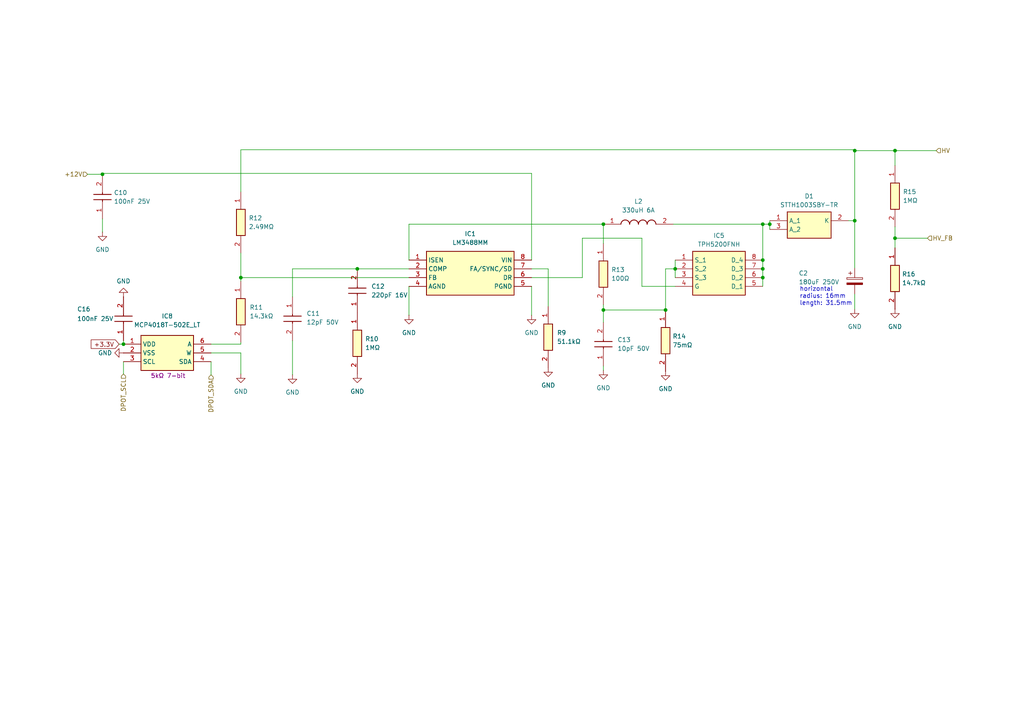
<source format=kicad_sch>
(kicad_sch (version 20231120) (generator "eeschema") (generator_version "8.0")
  (paper "A4")
  (lib_symbols
    (symbol "Device:C_Polarized" (pin_numbers hide) (pin_names (offset 0.254))
      (property "Reference" "C" (at 0.635 2.54 0))
      (property "Value" "C_Polarized" (at 0.635 -2.54 0))
      (symbol "C_Polarized_0_1"
        (rectangle (start -2.286 0.508) (end 2.286 1.016))
        (polyline (pts (xy -1.778 2.286) (xy -0.762 2.286)))
        (polyline (pts (xy -1.27 2.794) (xy -1.27 1.778)))
        (rectangle (start 2.286 -0.508) (end -2.286 -1.016) (fill (type outline)))
      )
      (symbol "C_Polarized_1_1"
        (pin passive line (at 0 3.81 270) (length 2.794) (name "~") (number "1"))
        (pin passive line (at 0 -3.81 90) (length 2.794) (name "~") (number "2"))
      )
    )
    (symbol "SamacSys_Parts:74437529203331" (pin_names hide)
      (property "Reference" "L" (at 16.51 6.35 0))
      (property "Value" "74437529203331" (at 16.51 3.81 0))
      (symbol "74437529203331_1_1"
        (arc (start 7.62 0) (mid 6.35 1.219) (end 5.08 0) (stroke (width 0.254)))
        (arc (start 10.16 0) (mid 8.89 1.219) (end 7.62 0) (stroke (width 0.254)))
        (arc (start 12.7 0) (mid 11.43 1.219) (end 10.16 0) (stroke (width 0.254)))
        (arc (start 15.24 0) (mid 13.97 1.219) (end 12.7 0) (stroke (width 0.254)))
        (pin passive line (at 0 0 0) (length 5.08) (name "1") (number "1"))
        (pin passive line (at 20.32 0 180) (length 5.08) (name "2") (number "2"))
      )
    )
    (symbol "SamacSys_Parts:C0805C332K5RACTU" (pin_names hide)
      (property "Reference" "C" (at 8.89 6.35 0))
      (property "Value" "C0805C332K5RACTU" (at 8.89 3.81 0))
      (symbol "C0805C332K5RACTU_1_1"
        (polyline (pts (xy 5.08 0) (xy 5.588 0)) (stroke (width 0.254)))
        (polyline (pts (xy 5.588 2.54) (xy 5.588 -2.54)) (stroke (width 0.254)))
        (polyline (pts (xy 7.112 0) (xy 7.62 0)) (stroke (width 0.254)))
        (polyline (pts (xy 7.112 2.54) (xy 7.112 -2.54)) (stroke (width 0.254)))
        (pin passive line (at 0 0 0) (length 5.08) (name "1") (number "1"))
        (pin passive line (at 12.7 0 180) (length 5.08) (name "2") (number "2"))
      )
    )
    (symbol "SamacSys_Parts:CRCW04022K74FKED" (pin_names hide)
      (property "Reference" "R" (at 13.97 6.35 0))
      (property "Value" "CRCW04022K74FKED" (at 13.97 3.81 0))
      (symbol "CRCW04022K74FKED_1_1"
        (rectangle (start 5.08 1.27) (end 12.7 -1.27) (stroke (width 0.254)) (fill (type background)))
        (pin passive line (at 0 0 0) (length 5.08) (name "1") (number "1"))
        (pin passive line (at 17.78 0 180) (length 5.08) (name "2") (number "2"))
      )
    )
    (symbol "SamacSys_Parts:ERJ-UP6D5101V" (pin_names hide)
      (property "Reference" "R" (at 13.97 6.35 0))
      (property "Value" "ERJ-UP6D5101V" (at 13.97 3.81 0))
      (symbol "ERJ-UP6D5101V_1_1"
        (rectangle (start 5.08 1.27) (end 12.7 -1.27) (stroke (width 0.254)) (fill (type background)))
        (pin passive line (at 0 0 0) (length 5.08) (name "1") (number "1"))
        (pin passive line (at 17.78 0 180) (length 5.08) (name "2") (number "2"))
      )
    )
    (symbol "SamacSys_Parts:GRM033R71E101KA01J" (pin_names hide)
      (property "Reference" "C" (at 8.89 6.35 0))
      (property "Value" "GRM033R71E101KA01J" (at 8.89 3.81 0))
      (symbol "GRM033R71E101KA01J_1_1"
        (polyline (pts (xy 5.08 0) (xy 5.588 0)) (stroke (width 0.254)))
        (polyline (pts (xy 5.588 2.54) (xy 5.588 -2.54)) (stroke (width 0.254)))
        (polyline (pts (xy 7.112 0) (xy 7.62 0)) (stroke (width 0.254)))
        (polyline (pts (xy 7.112 2.54) (xy 7.112 -2.54)) (stroke (width 0.254)))
        (pin passive line (at 0 0 0) (length 5.08) (name "1") (number "1"))
        (pin passive line (at 12.7 0 180) (length 5.08) (name "2") (number "2"))
      )
    )
    (symbol "SamacSys_Parts:IRF8707TRPBF"
      (property "Reference" "IC" (at 21.59 7.62 0))
      (property "Value" "IRF8707TRPBF" (at 21.59 5.08 0))
      (symbol "IRF8707TRPBF_1_1"
        (rectangle (start 5.08 2.54) (end 20.32 -10.16) (stroke (width 0.254)) (fill (type background)))
        (pin passive line (at 0 0 0) (length 5.08) (name "S_1") (number "1"))
        (pin passive line (at 0 -2.54 0) (length 5.08) (name "S_2") (number "2"))
        (pin passive line (at 0 -5.08 0) (length 5.08) (name "S_3") (number "3"))
        (pin passive line (at 0 -7.62 0) (length 5.08) (name "G") (number "4"))
        (pin passive line (at 25.4 -7.62 180) (length 5.08) (name "D_1") (number "5"))
        (pin passive line (at 25.4 -5.08 180) (length 5.08) (name "D_2") (number "6"))
        (pin passive line (at 25.4 -2.54 180) (length 5.08) (name "D_3") (number "7"))
        (pin passive line (at 25.4 0 180) (length 5.08) (name "D_4") (number "8"))
      )
    )
    (symbol "SamacSys_Parts:LM3488MM"
      (property "Reference" "IC" (at 31.75 7.62 0))
      (property "Value" "LM3488MM" (at 31.75 5.08 0))
      (symbol "LM3488MM_1_1"
        (rectangle (start 5.08 2.54) (end 30.48 -10.16) (stroke (width 0.254)) (fill (type background)))
        (pin passive line (at 0 0 0) (length 5.08) (name "ISEN") (number "1"))
        (pin passive line (at 0 -2.54 0) (length 5.08) (name "COMP") (number "2"))
        (pin passive line (at 0 -5.08 0) (length 5.08) (name "FB") (number "3"))
        (pin passive line (at 0 -7.62 0) (length 5.08) (name "AGND") (number "4"))
        (pin passive line (at 35.56 -7.62 180) (length 5.08) (name "PGND") (number "5"))
        (pin passive line (at 35.56 -5.08 180) (length 5.08) (name "DR") (number "6"))
        (pin passive line (at 35.56 -2.54 180) (length 5.08) (name "FA/SYNC/SD") (number "7"))
        (pin passive line (at 35.56 0 180) (length 5.08) (name "VIN") (number "8"))
      )
    )
    (symbol "SamacSys_Parts:MCP4018T-502E_LT"
      (property "Reference" "IC" (at 21.59 7.62 0))
      (property "Value" "MCP4018T-502E_LT" (at 21.59 5.08 0))
      (symbol "MCP4018T-502E_LT_1_1"
        (rectangle (start 5.08 2.54) (end 20.32 -7.62) (stroke (width 0.254)) (fill (type background)))
        (pin passive line (at 0 0 0) (length 5.08) (name "VDD") (number "1"))
        (pin passive line (at 0 -2.54 0) (length 5.08) (name "VSS") (number "2"))
        (pin passive line (at 0 -5.08 0) (length 5.08) (name "SCL") (number "3"))
        (pin passive line (at 25.4 -5.08 180) (length 5.08) (name "SDA") (number "4"))
        (pin passive line (at 25.4 -2.54 180) (length 5.08) (name "W") (number "5"))
        (pin passive line (at 25.4 0 180) (length 5.08) (name "A") (number "6"))
      )
    )
    (symbol "SamacSys_Parts:STTH1003SBY-TR"
      (property "Reference" "D" (at 19.05 7.62 0))
      (property "Value" "STTH1003SBY-TR" (at 19.05 5.08 0))
      (symbol "STTH1003SBY-TR_1_1"
        (rectangle (start 5.08 2.54) (end 17.78 -5.08) (stroke (width 0.254)) (fill (type background)))
        (pin passive line (at 0 0 0) (length 5.08) (name "A_1") (number "1"))
        (pin passive line (at 22.86 0 180) (length 5.08) (name "K") (number "2"))
        (pin passive line (at 0 -2.54 0) (length 5.08) (name "A_2") (number "3"))
      )
    )
    (symbol "power:GND" (power) (pin_numbers hide) (pin_names (offset 0) hide)
      (property "Value" "GND" (at 0 -3.81 0))
      (symbol "GND_0_1"
        (polyline (pts (xy 0 0) (xy 0 -1.27) (xy 1.27 -1.27) (xy 0 -2.54) (xy -1.27 -1.27) (xy 0 -1.27)))
      )
      (symbol "GND_1_1"
        (pin power_in line (at 0 0 270) (length 0) (name "~") (number "1"))
      )
    )
  )
  (junction (at 221.234 77.978))
  (junction (at 221.234 65.024))
  (junction (at 195.834 77.978))
  (junction (at 247.904 64.008))
  (junction (at 175.006 65.024))
  (junction (at 69.85 80.518))
  (junction (at 29.718 50.546))
  (junction (at 35.814 99.822))
  (junction (at 247.904 43.688))
  (junction (at 103.632 77.978))
  (junction (at 223.266 65.024))
  (junction (at 221.234 75.438))
  (junction (at 259.588 43.688))
  (junction (at 193.04 89.916))
  (junction (at 175.006 89.916))
  (junction (at 221.234 80.518))
  (junction (at 259.588 69.088))
  (wire (pts (xy 259.588 43.688) (xy 259.588 48.006)))
  (wire (pts (xy 69.85 73.406) (xy 69.85 80.518)))
  (wire (pts (xy 154.178 83.058) (xy 154.178 91.44)))
  (wire (pts (xy 34.544 99.822) (xy 35.814 99.822)))
  (wire (pts (xy 29.718 50.292) (xy 29.718 50.546)))
  (wire (pts (xy 84.836 98.806) (xy 84.836 108.712)))
  (wire (pts (xy 69.85 99.822) (xy 69.85 99.314)))
  (wire (pts (xy 154.178 75.438) (xy 154.178 50.292)))
  (wire (pts (xy 159.004 88.9) (xy 159.004 77.978)))
  (wire (pts (xy 195.326 65.024) (xy 221.234 65.024)))
  (wire (pts (xy 223.266 64.008) (xy 223.266 65.024)))
  (wire (pts (xy 186.182 83.058) (xy 186.182 69.088)))
  (wire (pts (xy 259.588 69.088) (xy 259.588 65.786)))
  (wire (pts (xy 29.718 63.5) (xy 29.718 67.31)))
  (wire (pts (xy 175.006 70.612) (xy 175.006 65.024)))
  (wire (pts (xy 195.834 83.058) (xy 186.182 83.058)))
  (wire (pts (xy 69.85 102.362) (xy 69.85 108.458)))
  (wire (pts (xy 247.904 43.434) (xy 247.904 43.688)))
  (wire (pts (xy 61.214 102.362) (xy 69.85 102.362)))
  (wire (pts (xy 195.834 75.438) (xy 195.834 77.978)))
  (wire (pts (xy 175.006 89.916) (xy 193.04 89.916)))
  (wire (pts (xy 61.214 99.822) (xy 69.85 99.822)))
  (wire (pts (xy 159.004 77.978) (xy 154.178 77.978)))
  (wire (pts (xy 118.618 80.518) (xy 69.85 80.518)))
  (wire (pts (xy 193.04 77.978) (xy 193.04 89.916)))
  (wire (pts (xy 221.234 80.518) (xy 221.234 83.058)))
  (wire (pts (xy 118.618 83.058) (xy 118.618 91.44)))
  (wire (pts (xy 223.266 65.024) (xy 223.266 66.548)))
  (wire (pts (xy 29.718 50.292) (xy 154.178 50.292)))
  (wire (pts (xy 25.4 50.546) (xy 29.718 50.546)))
  (wire (pts (xy 35.814 104.902) (xy 35.814 108.458)))
  (wire (pts (xy 221.234 65.024) (xy 221.234 75.438)))
  (wire (pts (xy 103.886 77.724) (xy 103.886 77.978)))
  (wire (pts (xy 221.234 75.438) (xy 221.234 77.978)))
  (wire (pts (xy 103.632 77.724) (xy 103.632 77.978)))
  (wire (pts (xy 221.234 77.978) (xy 221.234 80.518)))
  (wire (pts (xy 186.182 69.088) (xy 168.91 69.088)))
  (wire (pts (xy 103.886 77.978) (xy 118.618 77.978)))
  (wire (pts (xy 246.126 64.008) (xy 247.904 64.008)))
  (wire (pts (xy 118.618 65.024) (xy 118.618 75.438)))
  (wire (pts (xy 247.904 85.344) (xy 247.904 89.662)))
  (wire (pts (xy 69.85 80.518) (xy 69.85 81.534)))
  (wire (pts (xy 259.588 69.088) (xy 268.986 69.088)))
  (wire (pts (xy 195.834 77.978) (xy 193.04 77.978)))
  (wire (pts (xy 271.526 43.688) (xy 259.588 43.688)))
  (wire (pts (xy 247.904 43.688) (xy 259.588 43.688)))
  (wire (pts (xy 175.006 65.024) (xy 118.618 65.024)))
  (wire (pts (xy 175.006 106.172) (xy 175.006 107.442)))
  (wire (pts (xy 247.904 43.688) (xy 247.904 64.008)))
  (wire (pts (xy 175.006 89.916) (xy 175.006 88.392)))
  (wire (pts (xy 168.91 69.088) (xy 168.91 80.518)))
  (wire (pts (xy 69.85 55.626) (xy 69.85 43.434)))
  (wire (pts (xy 35.814 98.806) (xy 35.814 99.822)))
  (wire (pts (xy 247.904 64.008) (xy 247.904 77.724)))
  (wire (pts (xy 221.234 65.024) (xy 223.266 65.024)))
  (wire (pts (xy 84.836 77.978) (xy 103.632 77.978)))
  (wire (pts (xy 103.886 77.724) (xy 103.632 77.724)))
  (wire (pts (xy 259.588 71.882) (xy 259.588 69.088)))
  (wire (pts (xy 154.178 80.518) (xy 168.91 80.518)))
  (wire (pts (xy 84.836 77.978) (xy 84.836 86.106)))
  (wire (pts (xy 29.718 50.546) (xy 29.718 50.8)))
  (wire (pts (xy 175.006 93.472) (xy 175.006 89.916)))
  (wire (pts (xy 69.85 43.434) (xy 247.904 43.434)))
  (wire (pts (xy 195.834 77.978) (xy 195.834 80.518)))
  (wire (pts (xy 61.214 104.902) (xy 61.214 108.712)))
  (text "horizontal\nradius: 16mm\nlength: 31.5mm\n" (at 231.902 85.9791 0) (effects (font (size 1.27 1.27)) (justify left)))
  (global_label "+3.3V" (shape input) (at 34.544 99.822 180) (property "Intersheetrefs" "${INTERSHEET_REFS}" (effects (hide yes))))
  (hierarchical_label "HV" (shape input) (at 271.526 43.688 0))
  (hierarchical_label "DPOT_SCL" (shape input) (at 35.814 108.458 270))
  (hierarchical_label "DPOT_SDA" (shape input) (at 61.214 108.712 270))
  (hierarchical_label "+12V" (shape input) (at 25.4 50.546 180))
  (hierarchical_label "HV_FB" (shape input) (at 268.986 69.088 0))
  (symbol (lib_id "power:GND") (at 35.814 86.106 180) (unit 1)
    (property "Reference" "#PWR043" (effects (hide yes)))
    (property "Value" "GND" (at 35.814 81.534 0))
    (property "Description" "Power symbol creates a global label with name \"GND\" , ground" (effects (hide yes)))
  )
  (symbol (lib_id "power:GND") (at 84.836 108.712 0) (unit 1)
    (property "Reference" "#PWR022" (effects (hide yes)))
    (property "Value" "GND" (at 84.836 113.792 0))
    (property "Description" "Power symbol creates a global label with name \"GND\" , ground" (effects (hide yes)))
  )
  (symbol (lib_id "SamacSys_Parts:GRM033R71E101KA01J") (at 103.632 90.678 90) (unit 1)
    (property "Reference" "C12" (at 107.696 83.0579 90) (effects (justify right)))
    (property "Value" "220pF 16V" (at 107.696 85.5979 90) (effects (justify right)))
    (property "Footprint" "GRM033D70J224ME01D" (effects (hide yes)))
    (property "Datasheet" "https://search.murata.co.jp/Ceramy/image/img/A01X/G101/ENG/GRM033R71E101KA01-01A.pdf" (effects (hide yes)))
    (property "Description" "Multilayer Ceramic Capacitors MLCC - SMD/SMT 100pF 25 volts 10%" (effects (hide yes)))
    (property "Height" "0.5" (effects (hide yes)))
    (property "Mouser Part Number" "81-GRM033R71E101KA1J" (effects (hide yes)))
    (property "Mouser Price/Stock" "https://www.mouser.co.uk/ProductDetail/Murata-Electronics/GRM033R71E101KA01J?qs=563MOeNa05Lmru4oTW10Jw%3D%3D" (effects (hide yes)))
    (property "Manufacturer_Name" "Murata Electronics" (effects (hide yes)))
    (property "Manufacturer_Part_Number" "GRM033R71E101KA01J" (effects (hide yes)))
  )
  (symbol (lib_id "SamacSys_Parts:74437529203331") (at 175.006 65.024 0) (unit 1)
    (property "Reference" "L2" (at 185.166 58.42 0))
    (property "Value" "330uH 6A" (at 185.166 60.96 0))
    (property "Footprint" "INDPM250280X2050N" (effects (hide yes)))
    (property "Datasheet" "https://katalog.we-online.de/pbs/datasheet/74437529203331.pdf" (effects (hide yes)))
    (property "Description" "WURTH ELEKTRONIK - 74437529203331 - INDUCTOR, 330UH, 6.1A, 20%, SHIELDED" (effects (hide yes)))
    (property "Height" "20.5" (effects (hide yes)))
    (property "Mouser Part Number" "710-74437529203331" (effects (hide yes)))
    (property "Mouser Price/Stock" "https://www.mouser.co.uk/ProductDetail/Wurth-Elektronik/74437529203331?qs=f9yNj16SXrJKb%252BtIC2CsHA%3D%3D" (effects (hide yes)))
    (property "Manufacturer_Name" "Wurth Elektronik" (effects (hide yes)))
    (property "Manufacturer_Part_Number" "74437529203331" (effects (hide yes)))
  )
  (symbol (lib_id "SamacSys_Parts:CRCW04022K74FKED") (at 159.004 88.9 270) (unit 1)
    (property "Reference" "R9" (at 161.544 96.5199 90) (effects (justify left)))
    (property "Value" "51.1kΩ" (at 161.544 99.0599 90) (effects (justify left)))
    (property "Footprint" "RESC1005X40N" (effects (hide yes)))
    (property "Datasheet" "http://www.vishay.com/docs/20035/dcrcwe3.pdf" (effects (hide yes)))
    (property "Description" "CRCW0402 Resistor T/R 0.063W,1%,2K74 Vishay CRCW Series Thick Film Surface Mount Resistor 0402 Case 2.74k?? ??1% 0.063W ??100ppm/??C" (effects (hide yes)))
    (property "Height" "0.4" (effects (hide yes)))
    (property "Mouser Part Number" "71-CRCW0402-2.74K-E3" (effects (hide yes)))
    (property "Mouser Price/Stock" "https://www.mouser.co.uk/ProductDetail/Vishay-Dale/CRCW04022K74FKED?qs=hD42E%2F8yzjqhiq0MwGcz5A%3D%3D" (effects (hide yes)))
    (property "Manufacturer_Name" "Vishay" (effects (hide yes)))
    (property "Manufacturer_Part_Number" "CRCW04022K74FKED" (effects (hide yes)))
  )
  (symbol (lib_id "power:GND") (at 69.85 108.458 0) (unit 1)
    (property "Reference" "#PWR024" (effects (hide yes)))
    (property "Value" "GND" (at 69.85 113.538 0))
    (property "Description" "Power symbol creates a global label with name \"GND\" , ground" (effects (hide yes)))
  )
  (symbol (lib_id "SamacSys_Parts:CRCW04022K74FKED") (at 103.632 90.678 270) (unit 1)
    (property "Reference" "R10" (at 105.918 98.2979 90) (effects (justify left)))
    (property "Value" "1MΩ" (at 105.918 100.8379 90) (effects (justify left)))
    (property "Footprint" "RESC1005X40N" (effects (hide yes)))
    (property "Datasheet" "http://www.vishay.com/docs/20035/dcrcwe3.pdf" (effects (hide yes)))
    (property "Description" "CRCW0402 Resistor T/R 0.063W,1%,2K74 Vishay CRCW Series Thick Film Surface Mount Resistor 0402 Case 2.74k?? ??1% 0.063W ??100ppm/??C" (effects (hide yes)))
    (property "Height" "0.4" (effects (hide yes)))
    (property "Mouser Part Number" "71-CRCW0402-2.74K-E3" (effects (hide yes)))
    (property "Mouser Price/Stock" "https://www.mouser.co.uk/ProductDetail/Vishay-Dale/CRCW04022K74FKED?qs=hD42E%2F8yzjqhiq0MwGcz5A%3D%3D" (effects (hide yes)))
    (property "Manufacturer_Name" "Vishay" (effects (hide yes)))
    (property "Manufacturer_Part_Number" "CRCW04022K74FKED" (effects (hide yes)))
  )
  (symbol (lib_id "Device:C_Polarized") (at 247.904 81.534 0) (unit 1)
    (property "Reference" "C2" (at 231.648 79.248 0) (effects (justify left)))
    (property "Value" "180uF 250V" (at 231.648 81.788 0) (effects (justify left)))
    (property "Footprint" "Capacitor_THT:CP_Radial_D10.0mm_P7.50mm" (effects (hide yes)))
    (property "Description" "Polarized capacitor" (effects (hide yes)))
  )
  (symbol (lib_id "SamacSys_Parts:STTH1003SBY-TR") (at 223.266 64.008 0) (unit 1)
    (property "Reference" "D1" (at 234.696 56.896 0))
    (property "Value" "STTH1003SBY-TR" (at 234.696 59.436 0))
    (property "Footprint" "STTH1003SBYTR" (effects (hide yes)))
    (property "Datasheet" "https://www.st.com/resource/en/datasheet/stth1003s-y.pdf" (effects (hide yes)))
    (property "Description" "Rectifiers Auto Hi efficiency 10A 300V 13ns 0.9V" (effects (hide yes)))
    (property "Height" "2.63" (effects (hide yes)))
    (property "Mouser Part Number" "511-STTH1003SBY-TR" (effects (hide yes)))
    (property "Mouser Price/Stock" "https://www.mouser.co.uk/ProductDetail/STMicroelectronics/STTH1003SBY-TR?qs=FvSsTZlmX3CqVL%252BVLEOJzw%3D%3D" (effects (hide yes)))
    (property "Manufacturer_Name" "STMicroelectronics" (effects (hide yes)))
    (property "Manufacturer_Part_Number" "STTH1003SBY-TR" (effects (hide yes)))
  )
  (symbol (lib_id "SamacSys_Parts:MCP4018T-502E_LT") (at 35.814 99.822 0) (unit 1)
    (property "Reference" "IC8" (at 48.514 91.694 0))
    (property "Value" "MCP4018T-502E_LT" (at 48.514 94.234 0))
    (property "Footprint" "SOT65P210X110-6N" (effects (hide yes)))
    (property "Datasheet" "https://datasheet.datasheetarchive.com/originals/distributors/Datasheets-DGA14/624353.pdf" (effects (hide yes)))
    (property "Description" "5kΩ 7-bit" (at 48.768 108.966 0))
    (property "Height" "1.1" (effects (hide yes)))
    (property "Mouser Part Number" "579-MCP4018T502ELT" (effects (hide yes)))
    (property "Mouser Price/Stock" "https://www.mouser.co.uk/ProductDetail/Microchip-Technology/MCP4018T-502E-LT?qs=b4vKS93X7SzuTyLLpFMzBg%3D%3D" (effects (hide yes)))
    (property "Manufacturer_Name" "Microchip" (effects (hide yes)))
    (property "Manufacturer_Part_Number" "MCP4018T-502E/LT" (effects (hide yes)))
  )
  (symbol (lib_id "power:GND") (at 118.618 91.44 0) (unit 1)
    (property "Reference" "#PWR018" (effects (hide yes)))
    (property "Value" "GND" (at 118.618 96.52 0))
    (property "Description" "Power symbol creates a global label with name \"GND\" , ground" (effects (hide yes)))
  )
  (symbol (lib_id "power:GND") (at 259.588 89.662 0) (unit 1)
    (property "Reference" "#PWR042" (effects (hide yes)))
    (property "Value" "GND" (at 259.588 94.742 0))
    (property "Description" "Power symbol creates a global label with name \"GND\" , ground" (effects (hide yes)))
  )
  (symbol (lib_id "SamacSys_Parts:GRM033R71E101KA01J") (at 175.006 106.172 90) (unit 1)
    (property "Reference" "C13" (at 179.07 98.5519 90) (effects (justify right)))
    (property "Value" "10pF 50V" (at 179.07 101.0919 90) (effects (justify right)))
    (property "Footprint" "GRM033D70J224ME01D" (effects (hide yes)))
    (property "Datasheet" "https://search.murata.co.jp/Ceramy/image/img/A01X/G101/ENG/GRM033R71E101KA01-01A.pdf" (effects (hide yes)))
    (property "Description" "Multilayer Ceramic Capacitors MLCC - SMD/SMT 100pF 25 volts 10%" (effects (hide yes)))
    (property "Height" "0.5" (effects (hide yes)))
    (property "Mouser Part Number" "81-GRM033R71E101KA1J" (effects (hide yes)))
    (property "Mouser Price/Stock" "https://www.mouser.co.uk/ProductDetail/Murata-Electronics/GRM033R71E101KA01J?qs=563MOeNa05Lmru4oTW10Jw%3D%3D" (effects (hide yes)))
    (property "Manufacturer_Name" "Murata Electronics" (effects (hide yes)))
    (property "Manufacturer_Part_Number" "GRM033R71E101KA01J" (effects (hide yes)))
  )
  (symbol (lib_id "SamacSys_Parts:CRCW04022K74FKED") (at 69.85 55.626 270) (unit 1)
    (property "Reference" "R12" (at 72.136 63.2459 90) (effects (justify left)))
    (property "Value" "2.49MΩ" (at 72.136 65.7859 90) (effects (justify left)))
    (property "Footprint" "RESC1005X40N" (effects (hide yes)))
    (property "Datasheet" "http://www.vishay.com/docs/20035/dcrcwe3.pdf" (effects (hide yes)))
    (property "Description" "CRCW0402 Resistor T/R 0.063W,1%,2K74 Vishay CRCW Series Thick Film Surface Mount Resistor 0402 Case 2.74k?? ??1% 0.063W ??100ppm/??C" (effects (hide yes)))
    (property "Height" "0.4" (effects (hide yes)))
    (property "Mouser Part Number" "71-CRCW0402-2.74K-E3" (effects (hide yes)))
    (property "Mouser Price/Stock" "https://www.mouser.co.uk/ProductDetail/Vishay-Dale/CRCW04022K74FKED?qs=hD42E%2F8yzjqhiq0MwGcz5A%3D%3D" (effects (hide yes)))
    (property "Manufacturer_Name" "Vishay" (effects (hide yes)))
    (property "Manufacturer_Part_Number" "CRCW04022K74FKED" (effects (hide yes)))
  )
  (symbol (lib_id "SamacSys_Parts:IRF8707TRPBF") (at 195.834 75.438 0) (unit 1)
    (property "Reference" "IC5" (at 208.534 68.326 0))
    (property "Value" "TPH5200FNH" (at 208.534 70.866 0))
    (property "Footprint" "footprints:SOP Advance_TOS-L" (effects (hide yes)))
    (property "Datasheet" "https://www.infineon.com/dgdl/irf8707pbf.pdf?fileId=5546d462533600a40153560d57f81d6b" (effects (hide yes)))
    (property "Description" "MOSFET MOSFT 30V 11A 11.9mOhm 6.2nC Qg" (effects (hide yes)))
    (property "Height" "1.75" (effects (hide yes)))
    (property "Mouser Part Number" "942-IRF8707TRPBF" (effects (hide yes)))
    (property "Mouser Price/Stock" "https://www.mouser.co.uk/ProductDetail/Infineon-Technologies/IRF8707TRPBF?qs=9%252BKlkBgLFf1gD64itQSNdA%3D%3D" (effects (hide yes)))
    (property "Manufacturer_Name" "Infineon" (effects (hide yes)))
    (property "Manufacturer_Part_Number" "IRF8707TRPBF" (effects (hide yes)))
  )
  (symbol (lib_id "SamacSys_Parts:CRCW04022K74FKED") (at 69.85 81.534 270) (unit 1)
    (property "Reference" "R11" (at 72.39 89.1539 90) (effects (justify left)))
    (property "Value" "14.3kΩ" (at 72.39 91.6939 90) (effects (justify left)))
    (property "Footprint" "RESC1005X40N" (effects (hide yes)))
    (property "Datasheet" "http://www.vishay.com/docs/20035/dcrcwe3.pdf" (effects (hide yes)))
    (property "Description" "CRCW0402 Resistor T/R 0.063W,1%,2K74 Vishay CRCW Series Thick Film Surface Mount Resistor 0402 Case 2.74k?? ??1% 0.063W ??100ppm/??C" (effects (hide yes)))
    (property "Height" "0.4" (effects (hide yes)))
    (property "Mouser Part Number" "71-CRCW0402-2.74K-E3" (effects (hide yes)))
    (property "Mouser Price/Stock" "https://www.mouser.co.uk/ProductDetail/Vishay-Dale/CRCW04022K74FKED?qs=hD42E%2F8yzjqhiq0MwGcz5A%3D%3D" (effects (hide yes)))
    (property "Manufacturer_Name" "Vishay" (effects (hide yes)))
    (property "Manufacturer_Part_Number" "CRCW04022K74FKED" (effects (hide yes)))
  )
  (symbol (lib_id "SamacSys_Parts:LM3488MM") (at 118.618 75.438 0) (unit 1)
    (property "Reference" "IC1" (at 136.398 67.818 0))
    (property "Value" "LM3488MM" (at 136.398 70.358 0))
    (property "Footprint" "SOP65P490X110-8N" (effects (hide yes)))
    (property "Datasheet" "http://www.ti.com/lit/ds/symlink/lm3488.pdf" (effects (hide yes)))
    (property "Description" "2.97V to 40V Wide Vin Low-Side N-Channel Controller for Switching Regulators" (effects (hide yes)))
    (property "Height" "1.1" (effects (hide yes)))
    (property "Mouser Part Number" "926-LM3488MM" (effects (hide yes)))
    (property "Mouser Price/Stock" "https://www.mouser.co.uk/ProductDetail/Texas-Instruments/LM3488MM?qs=X1J7HmVL2ZF99wiIrTysxw%3D%3D" (effects (hide yes)))
    (property "Manufacturer_Name" "Texas Instruments" (effects (hide yes)))
    (property "Manufacturer_Part_Number" "LM3488MM" (effects (hide yes)))
  )
  (symbol (lib_id "SamacSys_Parts:CRCW04022K74FKED") (at 259.588 71.882 270) (unit 1)
    (property "Reference" "R16" (at 261.62 79.5019 90) (effects (justify left)))
    (property "Value" "14.7kΩ" (at 261.62 82.0419 90) (effects (justify left)))
    (property "Footprint" "RESC1005X40N" (effects (hide yes)))
    (property "Datasheet" "http://www.vishay.com/docs/20035/dcrcwe3.pdf" (effects (hide yes)))
    (property "Description" "CRCW0402 Resistor T/R 0.063W,1%,2K74 Vishay CRCW Series Thick Film Surface Mount Resistor 0402 Case 2.74k?? ??1% 0.063W ??100ppm/??C" (effects (hide yes)))
    (property "Height" "0.4" (effects (hide yes)))
    (property "Mouser Part Number" "71-CRCW0402-2.74K-E3" (effects (hide yes)))
    (property "Mouser Price/Stock" "https://www.mouser.co.uk/ProductDetail/Vishay-Dale/CRCW04022K74FKED?qs=hD42E%2F8yzjqhiq0MwGcz5A%3D%3D" (effects (hide yes)))
    (property "Manufacturer_Name" "Vishay" (effects (hide yes)))
    (property "Manufacturer_Part_Number" "CRCW04022K74FKED" (effects (hide yes)))
  )
  (symbol (lib_id "SamacSys_Parts:GRM033R71E101KA01J") (at 35.814 98.806 90) (unit 1)
    (property "Reference" "C16" (at 22.352 89.662 90) (effects (justify right)))
    (property "Value" "100nF 25V" (at 22.352 92.456 90) (effects (justify right)))
    (property "Footprint" "GRM033D70J224ME01D" (effects (hide yes)))
    (property "Datasheet" "https://search.murata.co.jp/Ceramy/image/img/A01X/G101/ENG/GRM033R71E101KA01-01A.pdf" (effects (hide yes)))
    (property "Description" "Multilayer Ceramic Capacitors MLCC - SMD/SMT 100pF 25 volts 10%" (effects (hide yes)))
    (property "Height" "0.5" (effects (hide yes)))
    (property "Mouser Part Number" "81-GRM033R71E101KA1J" (effects (hide yes)))
    (property "Mouser Price/Stock" "https://www.mouser.co.uk/ProductDetail/Murata-Electronics/GRM033R71E101KA01J?qs=563MOeNa05Lmru4oTW10Jw%3D%3D" (effects (hide yes)))
    (property "Manufacturer_Name" "Murata Electronics" (effects (hide yes)))
    (property "Manufacturer_Part_Number" "GRM033R71E101KA01J" (effects (hide yes)))
  )
  (symbol (lib_id "SamacSys_Parts:CRCW04022K74FKED") (at 259.588 48.006 270) (unit 1)
    (property "Reference" "R15" (at 261.874 55.6259 90) (effects (justify left)))
    (property "Value" "1MΩ" (at 261.874 58.1659 90) (effects (justify left)))
    (property "Footprint" "RESC1005X40N" (effects (hide yes)))
    (property "Datasheet" "http://www.vishay.com/docs/20035/dcrcwe3.pdf" (effects (hide yes)))
    (property "Description" "CRCW0402 Resistor T/R 0.063W,1%,2K74 Vishay CRCW Series Thick Film Surface Mount Resistor 0402 Case 2.74k?? ??1% 0.063W ??100ppm/??C" (effects (hide yes)))
    (property "Height" "0.4" (effects (hide yes)))
    (property "Mouser Part Number" "71-CRCW0402-2.74K-E3" (effects (hide yes)))
    (property "Mouser Price/Stock" "https://www.mouser.co.uk/ProductDetail/Vishay-Dale/CRCW04022K74FKED?qs=hD42E%2F8yzjqhiq0MwGcz5A%3D%3D" (effects (hide yes)))
    (property "Manufacturer_Name" "Vishay" (effects (hide yes)))
    (property "Manufacturer_Part_Number" "CRCW04022K74FKED" (effects (hide yes)))
  )
  (symbol (lib_id "power:GND") (at 247.904 89.662 0) (unit 1)
    (property "Reference" "#PWR027" (effects (hide yes)))
    (property "Value" "GND" (at 247.904 94.742 0))
    (property "Description" "Power symbol creates a global label with name \"GND\" , ground" (effects (hide yes)))
  )
  (symbol (lib_id "power:GND") (at 103.632 108.458 0) (unit 1)
    (property "Reference" "#PWR023" (effects (hide yes)))
    (property "Value" "GND" (at 103.632 113.538 0))
    (property "Description" "Power symbol creates a global label with name \"GND\" , ground" (effects (hide yes)))
  )
  (symbol (lib_id "SamacSys_Parts:C0805C332K5RACTU") (at 84.836 86.106 270) (unit 1)
    (property "Reference" "C11" (at 88.9 90.9319 90) (effects (justify left)))
    (property "Value" "12pF 50V" (at 88.9 93.4719 90) (effects (justify left)))
    (property "Footprint" "C0805" (effects (hide yes)))
    (property "Datasheet" "https://content.kemet.com/datasheets/KEM_C1002_X7R_SMD.pdf" (effects (hide yes)))
    (property "Description" "SMD Comm X7R, Ceramic, 3300 pF, 10%, 50 VDC, 125 VDC, 125C, -55C, X7R, SMD, MLCC, Temperature Stable, Class II, 2.5 % , 100 GOhms, 11 mg, 0805, 2mm, 1.25mm, 0.78mm, 0.75mm, 0.5mm, 4000, 78  Weeks, 80" (effects (hide yes)))
    (property "Height" "1.1" (effects (hide yes)))
    (property "Mouser Part Number" "80-C0805C332K5R" (effects (hide yes)))
    (property "Mouser Price/Stock" "https://www.mouser.co.uk/ProductDetail/KEMET/C0805C332K5RACTU?qs=9Ckr3kBGebPEiNRdyCmHqQ%3D%3D" (effects (hide yes)))
    (property "Manufacturer_Name" "KEMET" (effects (hide yes)))
    (property "Manufacturer_Part_Number" "C0805C332K5RACTU" (effects (hide yes)))
  )
  (symbol (lib_id "power:GND") (at 154.178 91.44 0) (unit 1)
    (property "Reference" "#PWR019" (effects (hide yes)))
    (property "Value" "GND" (at 154.178 96.52 0))
    (property "Description" "Power symbol creates a global label with name \"GND\" , ground" (effects (hide yes)))
  )
  (symbol (lib_id "power:GND") (at 175.006 107.442 0) (unit 1)
    (property "Reference" "#PWR025" (effects (hide yes)))
    (property "Value" "GND" (at 175.006 112.522 0))
    (property "Description" "Power symbol creates a global label with name \"GND\" , ground" (effects (hide yes)))
  )
  (symbol (lib_id "power:GND") (at 159.004 106.68 0) (unit 1)
    (property "Reference" "#PWR020" (effects (hide yes)))
    (property "Value" "GND" (at 159.004 111.76 0))
    (property "Description" "Power symbol creates a global label with name \"GND\" , ground" (effects (hide yes)))
  )
  (symbol (lib_id "power:GND") (at 193.04 107.696 0) (unit 1)
    (property "Reference" "#PWR026" (effects (hide yes)))
    (property "Value" "GND" (at 193.04 112.776 0))
    (property "Description" "Power symbol creates a global label with name \"GND\" , ground" (effects (hide yes)))
  )
  (symbol (lib_id "power:GND") (at 35.814 102.362 270) (unit 1)
    (property "Reference" "#PWR045" (effects (hide yes)))
    (property "Value" "GND" (at 32.512 102.3619 90) (effects (justify right)))
    (property "Description" "Power symbol creates a global label with name \"GND\" , ground" (effects (hide yes)))
  )
  (symbol (lib_id "power:GND") (at 29.718 67.31 0) (unit 1)
    (property "Reference" "#PWR021" (effects (hide yes)))
    (property "Value" "GND" (at 29.718 72.39 0))
    (property "Description" "Power symbol creates a global label with name \"GND\" , ground" (effects (hide yes)))
  )
  (symbol (lib_id "SamacSys_Parts:ERJ-UP6D5101V") (at 193.04 89.916 270) (unit 1)
    (property "Reference" "R14" (at 195.072 97.5359 90) (effects (justify left)))
    (property "Value" "75mΩ" (at 195.072 100.0759 90) (effects (justify left)))
    (property "Footprint" "ERJUP6" (effects (hide yes)))
    (property "Datasheet" "https://industrial.panasonic.com/cdbs/www-data/pdf/RDP0000/AOA0000C337.pdf" (effects (hide yes)))
    (property "Description" "Anti-Sulfurated Thick Film Chip Resistors/ Anti-Surge Type, Power Rating (W): 0.5, Chip Size (LxW(EIA)) (mm): 2.0 x 1.25 (EIA:0805), Resistance Values (?): 5100, Resistance Tolerance (%): 0.5, T.C.R (?102/K): ?100" (effects (hide yes)))
    (property "Height" "0.7" (effects (hide yes)))
    (property "Mouser Part Number" "667-ERJ-UP6D5101V" (effects (hide yes)))
    (property "Mouser Price/Stock" "https://www.mouser.co.uk/ProductDetail/Panasonic/ERJ-UP6D5101V?qs=ZcfC38r4Pouz7%2FLHthUDHQ%3D%3D" (effects (hide yes)))
    (property "Manufacturer_Name" "Panasonic" (effects (hide yes)))
    (property "Manufacturer_Part_Number" "ERJ-UP6D5101V" (effects (hide yes)))
  )
  (symbol (lib_id "SamacSys_Parts:CRCW04022K74FKED") (at 175.006 70.612 270) (unit 1)
    (property "Reference" "R13" (at 177.292 78.2319 90) (effects (justify left)))
    (property "Value" "100Ω" (at 177.292 80.7719 90) (effects (justify left)))
    (property "Footprint" "RESC1005X40N" (effects (hide yes)))
    (property "Datasheet" "http://www.vishay.com/docs/20035/dcrcwe3.pdf" (effects (hide yes)))
    (property "Description" "CRCW0402 Resistor T/R 0.063W,1%,2K74 Vishay CRCW Series Thick Film Surface Mount Resistor 0402 Case 2.74k?? ??1% 0.063W ??100ppm/??C" (effects (hide yes)))
    (property "Height" "0.4" (effects (hide yes)))
    (property "Mouser Part Number" "71-CRCW0402-2.74K-E3" (effects (hide yes)))
    (property "Mouser Price/Stock" "https://www.mouser.co.uk/ProductDetail/Vishay-Dale/CRCW04022K74FKED?qs=hD42E%2F8yzjqhiq0MwGcz5A%3D%3D" (effects (hide yes)))
    (property "Manufacturer_Name" "Vishay" (effects (hide yes)))
    (property "Manufacturer_Part_Number" "CRCW04022K74FKED" (effects (hide yes)))
  )
  (symbol (lib_id "SamacSys_Parts:GRM033R71E101KA01J") (at 29.718 63.5 90) (unit 1)
    (property "Reference" "C10" (at 33.02 55.8799 90) (effects (justify right)))
    (property "Value" "100nF 25V" (at 33.02 58.4199 90) (effects (justify right)))
    (property "Footprint" "GRM033D70J224ME01D" (effects (hide yes)))
    (property "Datasheet" "https://search.murata.co.jp/Ceramy/image/img/A01X/G101/ENG/GRM033R71E101KA01-01A.pdf" (effects (hide yes)))
    (property "Description" "Multilayer Ceramic Capacitors MLCC - SMD/SMT 100pF 25 volts 10%" (effects (hide yes)))
    (property "Height" "0.5" (effects (hide yes)))
    (property "Mouser Part Number" "81-GRM033R71E101KA1J" (effects (hide yes)))
    (property "Mouser Price/Stock" "https://www.mouser.co.uk/ProductDetail/Murata-Electronics/GRM033R71E101KA01J?qs=563MOeNa05Lmru4oTW10Jw%3D%3D" (effects (hide yes)))
    (property "Manufacturer_Name" "Murata Electronics" (effects (hide yes)))
    (property "Manufacturer_Part_Number" "GRM033R71E101KA01J" (effects (hide yes)))
  )
)
</source>
